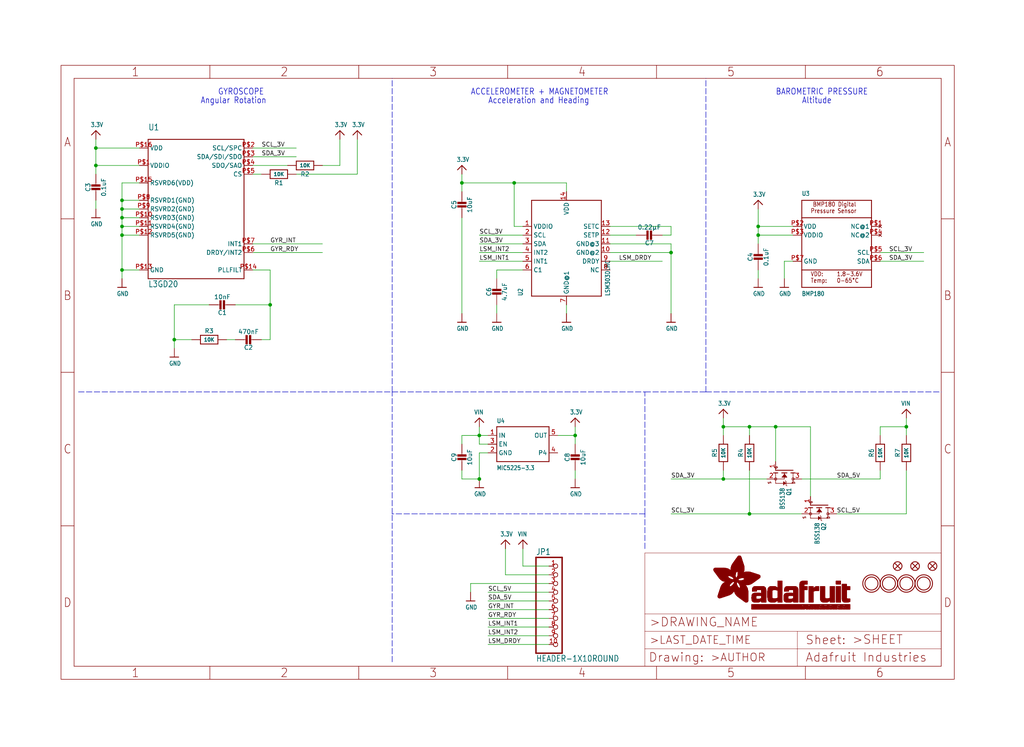
<source format=kicad_sch>
(kicad_sch (version 20211123) (generator eeschema)
  (paper "User" 298.45 217.881)
  (lib_symbols
    (symbol "eagleSchem-eagle-import:3.3V" (power)
      (property "Value" "3.3V" (at -1.524 1.016 0))
      (symbol "3.3V_1_0"
        (pin power_in line (at 0 -2.54 90) (length 2.54) (name "3.3V") (number "1"))
      )
    )
    (symbol "eagleSchem-eagle-import:BMP180EXT"
      (property "Reference" "U" (at -10.16 13.97 0))
      (property "Value" "BMP180EXT" (at -10.16 -15.24 0))
      (symbol "BMP180EXT_1_0"
        (text "0-65°C" (at 0 -11.43 0) (effects (font (size 1.27 1.0795)) (justify left bottom)))
        (text "1.8-3.6V" (at 0 -9.525 0) (effects (font (size 1.27 1.0795)) (justify left bottom)))
        (text "BMP180 Digital" (at -6.985 10.795 0) (effects (font (size 1.27 1.0795)) (justify left bottom)))
        (text "Pressure Sensor" (at -7.62 8.89 0) (effects (font (size 1.27 1.0795)) (justify left bottom)))
        (text "Temp:" (at -7.62 -11.43 0) (effects (font (size 1.27 1.0795)) (justify left bottom)))
        (text "VDD:" (at -7.62 -9.525 0) (effects (font (size 1.27 1.0795)) (justify left bottom)))
        (pin no_connect line (at 12.7 5.08 180) (length 2.54) (name "NC@1") (number "P$1"))
        (pin power_in line (at -12.7 5.08 0) (length 2.54) (name "VDD") (number "P$2"))
        (pin power_in line (at -12.7 2.54 0) (length 2.54) (name "VDDIO") (number "P$3"))
        (pin no_connect line (at 12.7 2.54 180) (length 2.54) (name "NC@2") (number "P$4"))
        (pin bidirectional line (at 12.7 -2.54 180) (length 2.54) (name "SCL") (number "P$5"))
        (pin bidirectional line (at 12.7 -5.08 180) (length 2.54) (name "SDA") (number "P$6"))
        (pin power_in line (at -12.7 -5.08 0) (length 2.54) (name "GND") (number "P$7"))
      )
    )
    (symbol "eagleSchem-eagle-import:CAP_CERAMIC_0805MP"
      (property "Reference" "C" (at -2.29 1.25 90))
      (property "Value" "CAP_CERAMIC_0805MP" (at 2.3 1.25 90))
      (symbol "CAP_CERAMIC_0805MP_1_0"
        (pin passive line (at 0 5.08 270) (length 2.54) (name "1") (number "1"))
        (pin passive line (at 0 -2.54 90) (length 2.54) (name "2") (number "2"))
      )
    )
    (symbol "eagleSchem-eagle-import:FIDUCIAL{dblquote}{dblquote}")
    (symbol "eagleSchem-eagle-import:FRAME_A4_ADAFRUIT"
      (symbol "FRAME_A4_ADAFRUIT_1_0"
        (text "1" (at 21.6958 1.905 0) (effects (font (size 2.54 2.286))))
        (text "1" (at 21.6958 177.165 0) (effects (font (size 2.54 2.286))))
        (text "2" (at 65.0875 1.905 0) (effects (font (size 2.54 2.286))))
        (text "2" (at 65.0875 177.165 0) (effects (font (size 2.54 2.286))))
        (text "3" (at 108.4792 1.905 0) (effects (font (size 2.54 2.286))))
        (text "3" (at 108.4792 177.165 0) (effects (font (size 2.54 2.286))))
        (text "4" (at 151.8708 1.905 0) (effects (font (size 2.54 2.286))))
        (text "4" (at 151.8708 177.165 0) (effects (font (size 2.54 2.286))))
        (text "5" (at 195.2625 1.905 0) (effects (font (size 2.54 2.286))))
        (text "5" (at 195.2625 177.165 0) (effects (font (size 2.54 2.286))))
        (text "6" (at 238.6542 1.905 0) (effects (font (size 2.54 2.286))))
        (text "6" (at 238.6542 177.165 0) (effects (font (size 2.54 2.286))))
        (text ">AUTHOR" (at 189.23 5.08 0) (effects (font (size 2.286 2.286)) (justify left bottom)))
        (text ">DRAWING_NAME" (at 171.45 15.24 0) (effects (font (size 2.54 2.54)) (justify left bottom)))
        (text ">LAST_DATE_TIME" (at 171.45 10.16 0) (effects (font (size 2.286 2.286)) (justify left bottom)))
        (text ">SHEET" (at 230.505 10.16 0) (effects (font (size 2.54 2.54)) (justify left bottom)))
        (text "A" (at 1.905 156.6863 0) (effects (font (size 2.54 2.286))))
        (text "A" (at 258.445 156.6863 0) (effects (font (size 2.54 2.286))))
        (text "Adafruit Industries" (at 216.916 4.953 0) (effects (font (size 2.54 2.54)) (justify left bottom)))
        (text "B" (at 1.905 111.9188 0) (effects (font (size 2.54 2.286))))
        (text "B" (at 258.445 111.9188 0) (effects (font (size 2.54 2.286))))
        (text "C" (at 1.905 67.1513 0) (effects (font (size 2.54 2.286))))
        (text "C" (at 258.445 67.1513 0) (effects (font (size 2.54 2.286))))
        (text "D" (at 1.905 22.3838 0) (effects (font (size 2.54 2.286))))
        (text "D" (at 258.445 22.3838 0) (effects (font (size 2.54 2.286))))
        (text "Drawing:" (at 171.196 4.953 0) (effects (font (size 2.54 2.54)) (justify left bottom)))
        (text "Sheet:" (at 216.916 10.033 0) (effects (font (size 2.54 2.54)) (justify left bottom)))
      )
    )
    (symbol "eagleSchem-eagle-import:GND" (power)
      (property "Value" "GND" (at -1.524 -2.54 0))
      (symbol "GND_1_0"
        (pin power_in line (at 0 2.54 270) (length 2.54) (name "GND") (number "1"))
      )
    )
    (symbol "eagleSchem-eagle-import:GYRO_L3G2400D"
      (property "Reference" "U" (at -15.24 22.86 0))
      (property "Value" "GYRO_L3G2400D" (at -15.24 -22.86 0))
      (symbol "GYRO_L3G2400D_1_0"
        (pin power_in line (at -17.78 12.7 0) (length 2.54) (name "VDDIO") (number "P$1"))
        (pin bidirectional line (at -17.78 -2.54 0) (length 2.54) (name "RSVRD3(GND)") (number "P$10"))
        (pin bidirectional line (at -17.78 -5.08 0) (length 2.54) (name "RSVRD4(GND)") (number "P$11"))
        (pin bidirectional line (at -17.78 -7.62 0) (length 2.54) (name "RSVRD5(GND)") (number "P$12"))
        (pin bidirectional line (at -17.78 -17.78 0) (length 2.54) (name "GND") (number "P$13"))
        (pin bidirectional line (at 15.24 -17.78 180) (length 2.54) (name "PLLFILT") (number "P$14"))
        (pin bidirectional line (at -17.78 7.62 0) (length 2.54) (name "RSVRD6(VDD)") (number "P$15"))
        (pin bidirectional line (at -17.78 17.78 0) (length 2.54) (name "VDD") (number "P$16"))
        (pin bidirectional line (at 15.24 17.78 180) (length 2.54) (name "SCL/SPC") (number "P$2"))
        (pin bidirectional line (at 15.24 15.24 180) (length 2.54) (name "SDA/SDI/SDO") (number "P$3"))
        (pin bidirectional line (at 15.24 12.7 180) (length 2.54) (name "SDO/SAO") (number "P$4"))
        (pin bidirectional line (at 15.24 10.16 180) (length 2.54) (name "CS") (number "P$5"))
        (pin bidirectional line (at 15.24 -12.7 180) (length 2.54) (name "DRDY/INT2") (number "P$6"))
        (pin bidirectional line (at 15.24 -10.16 180) (length 2.54) (name "INT1") (number "P$7"))
        (pin bidirectional line (at -17.78 2.54 0) (length 2.54) (name "RSVRD1(GND)") (number "P$8"))
        (pin bidirectional line (at -17.78 0 0) (length 2.54) (name "RSVRD2(GND)") (number "P$9"))
      )
    )
    (symbol "eagleSchem-eagle-import:HEADER-1X10ROUND"
      (property "Reference" "JP" (at -6.35 13.335 0))
      (property "Value" "HEADER-1X10ROUND" (at -6.35 -17.78 0))
      (symbol "HEADER-1X10ROUND_1_0"
        (pin passive inverted (at -2.54 10.16 0) (length 2.54) (name "1") (number "1"))
        (pin passive inverted (at -2.54 -12.7 0) (length 2.54) (name "10") (number "10"))
        (pin passive inverted (at -2.54 7.62 0) (length 2.54) (name "2") (number "2"))
        (pin passive inverted (at -2.54 5.08 0) (length 2.54) (name "3") (number "3"))
        (pin passive inverted (at -2.54 2.54 0) (length 2.54) (name "4") (number "4"))
        (pin passive inverted (at -2.54 0 0) (length 2.54) (name "5") (number "5"))
        (pin passive inverted (at -2.54 -2.54 0) (length 2.54) (name "6") (number "6"))
        (pin passive inverted (at -2.54 -5.08 0) (length 2.54) (name "7") (number "7"))
        (pin passive inverted (at -2.54 -7.62 0) (length 2.54) (name "8") (number "8"))
        (pin passive inverted (at -2.54 -10.16 0) (length 2.54) (name "9") (number "9"))
      )
    )
    (symbol "eagleSchem-eagle-import:LSM303DLHC"
      (property "Reference" "U" (at -12.7 12.7 0))
      (property "Value" "LSM303DLHC" (at -12.7 -12.7 0))
      (symbol "LSM303DLHC_1_0"
        (pin power_in line (at 7.62 12.7 270) (length 2.54) (name "VDDIO") (number "1"))
        (pin power_in line (at 0 -12.7 90) (length 2.54) (name "GND@2") (number "10"))
        (pin power_in line (at 2.54 -12.7 90) (length 2.54) (name "GND@3") (number "11"))
        (pin bidirectional line (at 5.08 -12.7 90) (length 2.54) (name "SETP") (number "12"))
        (pin bidirectional line (at 7.62 -12.7 90) (length 2.54) (name "SETC") (number "13"))
        (pin power_in line (at 17.78 0 180) (length 2.54) (name "VDD") (number "14"))
        (pin bidirectional line (at 5.08 12.7 270) (length 2.54) (name "SCL") (number "2"))
        (pin bidirectional line (at 2.54 12.7 270) (length 2.54) (name "SDA") (number "3"))
        (pin output line (at 0 12.7 270) (length 2.54) (name "INT2") (number "4"))
        (pin output line (at -2.54 12.7 270) (length 2.54) (name "INT1") (number "5"))
        (pin bidirectional line (at -5.08 12.7 270) (length 2.54) (name "C1") (number "6"))
        (pin power_in line (at -15.24 0 0) (length 2.54) (name "GND@1") (number "7"))
        (pin bidirectional line (at -5.08 -12.7 90) (length 2.54) (name "NC") (number "8"))
        (pin output line (at -2.54 -12.7 90) (length 2.54) (name "DRDY") (number "9"))
      )
    )
    (symbol "eagleSchem-eagle-import:MOSFET-NWIDE"
      (property "Reference" "Q" (at 5.08 0.635 0))
      (property "Value" "MOSFET-NWIDE" (at 5.08 -1.27 0))
      (symbol "MOSFET-NWIDE_1_0"
        (text "D" (at 3.175 3.175 0) (effects (font (size 0.8128 0.6908)) (justify left bottom)))
        (text "G" (at -1.27 -1.905 0) (effects (font (size 0.8128 0.6908)) (justify left bottom)))
        (text "S" (at 3.175 -3.81 0) (effects (font (size 0.8128 0.6908)) (justify left bottom)))
        (pin bidirectional line (at -2.54 -2.54 0) (length 2.54) (name "G") (number "1"))
        (pin bidirectional line (at 2.54 -5.08 90) (length 2.54) (name "S") (number "2"))
        (pin bidirectional line (at 2.54 5.08 270) (length 2.54) (name "D") (number "3"))
      )
    )
    (symbol "eagleSchem-eagle-import:MOUNTINGHOLE2.5_THICK")
    (symbol "eagleSchem-eagle-import:RESISTOR_0805MP"
      (property "Reference" "R" (at 0 2.54 0))
      (property "Value" "RESISTOR_0805MP" (at 0 0 0))
      (symbol "RESISTOR_0805MP_1_0"
        (pin passive line (at -5.08 0 0) (length 2.54) (name "1") (number "1"))
        (pin passive line (at 5.08 0 180) (length 2.54) (name "2") (number "2"))
      )
    )
    (symbol "eagleSchem-eagle-import:VIN" (power)
      (property "Value" "VIN" (at -1.524 1.016 0))
      (symbol "VIN_1_0"
        (pin power_in line (at 0 -2.54 90) (length 2.54) (name "VIN") (number "1"))
      )
    )
    (symbol "eagleSchem-eagle-import:VREG_SOT23-5"
      (property "Reference" "U" (at -7.62 6.096 0))
      (property "Value" "VREG_SOT23-5" (at -7.62 -7.62 0))
      (symbol "VREG_SOT23-5_1_0"
        (pin power_in line (at -10.16 2.54 0) (length 2.54) (name "IN") (number "1"))
        (pin power_in line (at -10.16 -2.54 0) (length 2.54) (name "GND") (number "2"))
        (pin input line (at -10.16 0 0) (length 2.54) (name "EN") (number "3"))
        (pin bidirectional line (at 10.16 -2.54 180) (length 2.54) (name "P4") (number "4"))
        (pin power_in line (at 10.16 2.54 180) (length 2.54) (name "OUT") (number "5"))
      )
    )
  )
  (junction (at 35.56 60.96))
  (junction (at 264.16 124.46))
  (junction (at 218.44 149.86))
  (junction (at 210.82 124.46))
  (junction (at 27.94 43.18))
  (junction (at 35.56 58.42))
  (junction (at 167.64 127))
  (junction (at 220.98 68.58))
  (junction (at 139.7 127))
  (junction (at 50.8 99.06))
  (junction (at 35.56 68.58))
  (junction (at 78.74 88.9))
  (junction (at 35.56 63.5))
  (junction (at 218.44 124.46))
  (junction (at 134.62 53.34))
  (junction (at 35.56 66.04))
  (junction (at 226.06 124.46))
  (junction (at 27.94 48.26))
  (junction (at 149.86 53.34))
  (junction (at 139.7 139.7))
  (junction (at 35.56 78.74))
  (junction (at 220.98 66.04))
  (junction (at 210.82 139.7))
  (junction (at 195.58 73.66))
  (wire (pts (xy 160.02 182.88) (xy 142.24 182.88)))
  (wire (pts (xy 160.02 175.26) (xy 142.24 175.26)))
  (wire (pts (xy 152.4 73.66) (xy 139.7 73.66)))
  (wire (pts (xy 160.02 170.18) (xy 137.16 170.18)))
  (wire (pts (xy 139.7 132.08) (xy 139.7 139.7)))
  (polyline (pts (xy 205.74 114.3) (xy 274.32 114.3)))
  (wire (pts (xy 218.44 127) (xy 218.44 124.46)))
  (wire (pts (xy 210.82 127) (xy 210.82 124.46)))
  (wire (pts (xy 177.8 73.66) (xy 195.58 73.66)))
  (wire (pts (xy 149.86 53.34) (xy 165.1 53.34)))
  (wire (pts (xy 149.86 66.04) (xy 149.86 53.34)))
  (wire (pts (xy 218.44 137.16) (xy 218.44 149.86)))
  (wire (pts (xy 55.88 99.06) (xy 50.8 99.06)))
  (wire (pts (xy 40.64 43.18) (xy 27.94 43.18)))
  (wire (pts (xy 78.74 99.06) (xy 78.74 88.9)))
  (wire (pts (xy 210.82 139.7) (xy 195.58 139.7)))
  (wire (pts (xy 35.56 66.04) (xy 35.56 68.58)))
  (wire (pts (xy 264.16 149.86) (xy 264.16 137.16)))
  (wire (pts (xy 50.8 99.06) (xy 50.8 101.6)))
  (wire (pts (xy 27.94 58.42) (xy 27.94 60.96)))
  (wire (pts (xy 104.14 50.8) (xy 104.14 40.64)))
  (wire (pts (xy 177.8 71.12) (xy 195.58 71.12)))
  (wire (pts (xy 149.86 53.34) (xy 134.62 53.34)))
  (wire (pts (xy 139.7 127) (xy 139.7 124.46)))
  (polyline (pts (xy 205.74 114.3) (xy 205.74 22.86)))
  (wire (pts (xy 40.64 48.26) (xy 27.94 48.26)))
  (wire (pts (xy 231.14 66.04) (xy 220.98 66.04)))
  (wire (pts (xy 236.22 124.46) (xy 236.22 144.78)))
  (wire (pts (xy 68.58 99.06) (xy 66.04 99.06)))
  (wire (pts (xy 134.62 63.5) (xy 134.62 91.44)))
  (wire (pts (xy 228.6 76.2) (xy 228.6 81.28)))
  (wire (pts (xy 160.02 185.42) (xy 142.24 185.42)))
  (wire (pts (xy 167.64 127) (xy 167.64 129.54)))
  (wire (pts (xy 134.62 53.34) (xy 134.62 50.8)))
  (wire (pts (xy 160.02 167.64) (xy 147.32 167.64)))
  (polyline (pts (xy 22.86 114.3) (xy 114.3 114.3)))
  (wire (pts (xy 220.98 68.58) (xy 220.98 66.04)))
  (wire (pts (xy 35.56 63.5) (xy 35.56 66.04)))
  (wire (pts (xy 27.94 50.8) (xy 27.94 48.26)))
  (wire (pts (xy 142.24 177.8) (xy 160.02 177.8)))
  (wire (pts (xy 35.56 60.96) (xy 35.56 63.5)))
  (wire (pts (xy 167.64 137.16) (xy 167.64 139.7)))
  (wire (pts (xy 256.54 127) (xy 256.54 124.46)))
  (wire (pts (xy 210.82 137.16) (xy 210.82 139.7)))
  (wire (pts (xy 152.4 66.04) (xy 149.86 66.04)))
  (wire (pts (xy 220.98 71.12) (xy 220.98 68.58)))
  (wire (pts (xy 218.44 149.86) (xy 195.58 149.86)))
  (wire (pts (xy 40.64 68.58) (xy 35.56 68.58)))
  (wire (pts (xy 223.52 139.7) (xy 210.82 139.7)))
  (wire (pts (xy 73.66 43.18) (xy 86.36 43.18)))
  (wire (pts (xy 165.1 88.9) (xy 165.1 91.44)))
  (wire (pts (xy 177.8 68.58) (xy 185.42 68.58)))
  (polyline (pts (xy 114.3 149.86) (xy 114.3 114.3)))
  (wire (pts (xy 152.4 71.12) (xy 139.7 71.12)))
  (wire (pts (xy 27.94 48.26) (xy 27.94 43.18)))
  (polyline (pts (xy 114.3 193.04) (xy 114.3 149.86)))
  (wire (pts (xy 210.82 121.92) (xy 210.82 124.46)))
  (wire (pts (xy 147.32 167.64) (xy 147.32 160.02)))
  (wire (pts (xy 243.84 149.86) (xy 264.16 149.86)))
  (wire (pts (xy 231.14 76.2) (xy 228.6 76.2)))
  (wire (pts (xy 134.62 55.88) (xy 134.62 53.34)))
  (wire (pts (xy 139.7 129.54) (xy 139.7 127)))
  (wire (pts (xy 144.78 88.9) (xy 144.78 91.44)))
  (wire (pts (xy 226.06 124.46) (xy 226.06 134.62)))
  (wire (pts (xy 40.64 60.96) (xy 35.56 60.96)))
  (wire (pts (xy 93.98 48.26) (xy 99.06 48.26)))
  (wire (pts (xy 142.24 187.96) (xy 160.02 187.96)))
  (wire (pts (xy 233.68 149.86) (xy 218.44 149.86)))
  (wire (pts (xy 40.64 63.5) (xy 35.56 63.5)))
  (wire (pts (xy 134.62 127) (xy 139.7 127)))
  (wire (pts (xy 220.98 78.74) (xy 220.98 81.28)))
  (wire (pts (xy 35.56 78.74) (xy 35.56 81.28)))
  (wire (pts (xy 220.98 66.04) (xy 220.98 60.96)))
  (wire (pts (xy 86.36 50.8) (xy 104.14 50.8)))
  (wire (pts (xy 68.58 88.9) (xy 78.74 88.9)))
  (wire (pts (xy 167.64 127) (xy 167.64 124.46)))
  (wire (pts (xy 142.24 129.54) (xy 139.7 129.54)))
  (wire (pts (xy 73.66 71.12) (xy 93.98 71.12)))
  (wire (pts (xy 256.54 139.7) (xy 256.54 137.16)))
  (wire (pts (xy 195.58 73.66) (xy 195.58 91.44)))
  (wire (pts (xy 35.56 58.42) (xy 35.56 60.96)))
  (wire (pts (xy 35.56 53.34) (xy 35.56 58.42)))
  (wire (pts (xy 134.62 129.54) (xy 134.62 127)))
  (polyline (pts (xy 187.96 149.86) (xy 187.96 114.3)))
  (wire (pts (xy 256.54 124.46) (xy 264.16 124.46)))
  (wire (pts (xy 256.54 76.2) (xy 269.24 76.2)))
  (wire (pts (xy 78.74 88.9) (xy 78.74 78.74)))
  (wire (pts (xy 233.68 139.7) (xy 256.54 139.7)))
  (wire (pts (xy 40.64 58.42) (xy 35.56 58.42)))
  (wire (pts (xy 256.54 73.66) (xy 269.24 73.66)))
  (polyline (pts (xy 114.3 114.3) (xy 114.3 22.86)))
  (wire (pts (xy 165.1 53.34) (xy 165.1 55.88)))
  (polyline (pts (xy 187.96 160.02) (xy 187.96 149.86)))
  (wire (pts (xy 73.66 45.72) (xy 86.36 45.72)))
  (wire (pts (xy 40.64 66.04) (xy 35.56 66.04)))
  (wire (pts (xy 134.62 137.16) (xy 134.62 139.7)))
  (wire (pts (xy 195.58 71.12) (xy 195.58 73.66)))
  (wire (pts (xy 137.16 170.18) (xy 137.16 172.72)))
  (wire (pts (xy 134.62 139.7) (xy 139.7 139.7)))
  (wire (pts (xy 144.78 78.74) (xy 144.78 81.28)))
  (wire (pts (xy 152.4 165.1) (xy 152.4 160.02)))
  (wire (pts (xy 73.66 78.74) (xy 78.74 78.74)))
  (wire (pts (xy 195.58 68.58) (xy 193.04 68.58)))
  (wire (pts (xy 50.8 88.9) (xy 50.8 99.06)))
  (wire (pts (xy 264.16 127) (xy 264.16 124.46)))
  (wire (pts (xy 210.82 124.46) (xy 218.44 124.46)))
  (wire (pts (xy 35.56 68.58) (xy 35.56 78.74)))
  (wire (pts (xy 99.06 48.26) (xy 99.06 40.64)))
  (wire (pts (xy 73.66 50.8) (xy 76.2 50.8)))
  (wire (pts (xy 27.94 43.18) (xy 27.94 40.64)))
  (wire (pts (xy 73.66 48.26) (xy 83.82 48.26)))
  (wire (pts (xy 218.44 124.46) (xy 226.06 124.46)))
  (wire (pts (xy 142.24 127) (xy 139.7 127)))
  (wire (pts (xy 177.8 76.2) (xy 193.04 76.2)))
  (wire (pts (xy 226.06 124.46) (xy 236.22 124.46)))
  (wire (pts (xy 152.4 68.58) (xy 139.7 68.58)))
  (wire (pts (xy 152.4 76.2) (xy 139.7 76.2)))
  (wire (pts (xy 162.56 127) (xy 167.64 127)))
  (wire (pts (xy 142.24 180.34) (xy 160.02 180.34)))
  (wire (pts (xy 73.66 73.66) (xy 93.98 73.66)))
  (wire (pts (xy 40.64 78.74) (xy 35.56 78.74)))
  (wire (pts (xy 177.8 66.04) (xy 195.58 66.04)))
  (wire (pts (xy 195.58 66.04) (xy 195.58 68.58)))
  (wire (pts (xy 264.16 124.46) (xy 264.16 121.92)))
  (wire (pts (xy 142.24 132.08) (xy 139.7 132.08)))
  (polyline (pts (xy 187.96 114.3) (xy 205.74 114.3)))
  (wire (pts (xy 231.14 68.58) (xy 220.98 68.58)))
  (wire (pts (xy 160.02 165.1) (xy 152.4 165.1)))
  (polyline (pts (xy 114.3 114.3) (xy 187.96 114.3)))
  (wire (pts (xy 152.4 78.74) (xy 144.78 78.74)))
  (wire (pts (xy 160.02 172.72) (xy 142.24 172.72)))
  (wire (pts (xy 40.64 53.34) (xy 35.56 53.34)))
  (polyline (pts (xy 187.96 149.86) (xy 114.3 149.86)))
  (wire (pts (xy 76.2 99.06) (xy 78.74 99.06)))
  (wire (pts (xy 60.96 88.9) (xy 50.8 88.9)))
  (text "ACCELEROMETER + MAGNETOMETER" (at 137.16 27.94 180) (effects (font (size 1.778 1.5113)) (justify left bottom)))
  (text "GYROSCOPE" (at 63.5 27.94 180) (effects (font (size 1.778 1.5113)) (justify left bottom)))
  (text "BAROMETRIC PRESSURE" (at 226.06 27.94 180) (effects (font (size 1.778 1.5113)) (justify left bottom)))
  (text "Angular Rotation" (at 58.42 30.48 180) (effects (font (size 1.778 1.5113)) (justify left bottom)))
  (text "Acceleration and Heading" (at 142.24 30.48 180) (effects (font (size 1.778 1.5113)) (justify left bottom)))
  (text "Altitude" (at 233.68 30.48 180) (effects (font (size 1.778 1.5113)) (justify left bottom)))
  (label "LSM_INT1" (at 139.7 76.2 0) (effects (font (size 1.2446 1.2446))))
  (label "LSM_DRDY" (at 180.34 76.2 0) (effects (font (size 1.2446 1.2446))))
  (label "SCL_3V" (at 139.7 68.58 0) (effects (font (size 1.2446 1.2446))))
  (label "SDA_3V" (at 259.08 76.2 0) (effects (font (size 1.2446 1.2446))))
  (label "LSM_INT2" (at 142.24 185.42 0) (effects (font (size 1.2446 1.2446))))
  (label "SDA_5V" (at 142.24 175.26 0) (effects (font (size 1.2446 1.2446))))
  (label "SDA_3V" (at 195.58 139.7 0) (effects (font (size 1.2446 1.2446))))
  (label "SCL_5V" (at 243.84 149.86 0) (effects (font (size 1.2446 1.2446))))
  (label "SCL_3V" (at 76.2 43.18 0) (effects (font (size 1.2446 1.2446))))
  (label "SDA_3V" (at 139.7 71.12 0) (effects (font (size 1.2446 1.2446))))
  (label "LSM_INT2" (at 139.7 73.66 0) (effects (font (size 1.2446 1.2446))))
  (label "GYR_INT" (at 142.24 177.8 0) (effects (font (size 1.2446 1.2446))))
  (label "GYR_RDY" (at 142.24 180.34 0) (effects (font (size 1.2446 1.2446))))
  (label "GYR_INT" (at 78.74 71.12 0) (effects (font (size 1.2446 1.2446))))
  (label "SDA_3V" (at 76.2 45.72 0) (effects (font (size 1.2446 1.2446))))
  (label "LSM_DRDY" (at 142.24 187.96 0) (effects (font (size 1.2446 1.2446))))
  (label "SCL_3V" (at 259.08 73.66 0) (effects (font (size 1.2446 1.2446))))
  (label "SDA_5V" (at 243.84 139.7 0) (effects (font (size 1.2446 1.2446))))
  (label "LSM_INT1" (at 142.24 182.88 0) (effects (font (size 1.2446 1.2446))))
  (label "SCL_3V" (at 195.58 149.86 0) (effects (font (size 1.2446 1.2446))))
  (label "GYR_RDY" (at 78.74 73.66 0) (effects (font (size 1.2446 1.2446))))
  (label "SCL_5V" (at 142.24 172.72 0) (effects (font (size 1.2446 1.2446))))
  (symbol (lib_id "eagleSchem-eagle-import:VIN") (at 139.7 121.92 0) (unit 1)
    (property "Reference" "#U$18" (effects hide))
    (property "Value" "VIN" (at 138.176 120.904 0) (effects (font (size 1.27 1.0795)) (justify left bottom)))
    (property "Footprint" "eagleSchem:" (effects hide))
  )
  (symbol (lib_id "eagleSchem-eagle-import:HEADER-1X10ROUND") (at 162.56 175.26 0) (unit 1)
    (property "Reference" "JP1" (at 156.21 161.925 0) (effects (font (size 1.778 1.5113)) (justify left bottom)))
    (property "Value" "HEADER-1X10ROUND" (at 156.21 193.04 0) (effects (font (size 1.778 1.5113)) (justify left bottom)))
    (property "Footprint" "eagleSchem:1X10_ROUND" (effects hide))
  )
  (symbol (lib_id "eagleSchem-eagle-import:GND") (at 144.78 93.98 0) (unit 1)
    (property "Reference" "#U$14" (effects hide))
    (property "Value" "GND" (at 143.256 96.52 0) (effects (font (size 1.27 1.0795)) (justify left bottom)))
    (property "Footprint" "eagleSchem:" (effects hide))
  )
  (symbol (lib_id "eagleSchem-eagle-import:GND") (at 167.64 142.24 0) (unit 1)
    (property "Reference" "#U$17" (effects hide))
    (property "Value" "GND" (at 166.116 144.78 0) (effects (font (size 1.27 1.0795)) (justify left bottom)))
    (property "Footprint" "eagleSchem:" (effects hide))
  )
  (symbol (lib_id "eagleSchem-eagle-import:CAP_CERAMIC_0805MP") (at 190.5 68.58 90) (unit 1)
    (property "Reference" "C7" (at 189.25 70.87 90))
    (property "Value" "0.22µF" (at 189.25 66.28 90))
    (property "Footprint" "eagleSchem:_0805MP" (effects hide))
  )
  (symbol (lib_id "eagleSchem-eagle-import:MOUNTINGHOLE2.5_THICK") (at 259.08 170.18 0) (unit 1)
    (property "Reference" "U$30" (effects hide))
    (property "Value" "MOUNTINGHOLE2.5_THICK" (effects hide))
    (property "Footprint" "eagleSchem:MOUNTINGHOLE_2.5_PLATED_THICK" (effects hide))
  )
  (symbol (lib_id "eagleSchem-eagle-import:3.3V") (at 104.14 38.1 0) (unit 1)
    (property "Reference" "#U$4" (effects hide))
    (property "Value" "3.3V" (at 102.616 37.084 0) (effects (font (size 1.27 1.0795)) (justify left bottom)))
    (property "Footprint" "eagleSchem:" (effects hide))
  )
  (symbol (lib_id "eagleSchem-eagle-import:FIDUCIAL{dblquote}{dblquote}") (at 266.7 165.1 0) (unit 1)
    (property "Reference" "FID2" (effects hide))
    (property "Value" "FIDUCIAL{dblquote}{dblquote}" (effects hide))
    (property "Footprint" "eagleSchem:FIDUCIAL_1MM" (effects hide))
  )
  (symbol (lib_id "eagleSchem-eagle-import:MOUNTINGHOLE2.5_THICK") (at 254 170.18 0) (unit 1)
    (property "Reference" "U$31" (effects hide))
    (property "Value" "MOUNTINGHOLE2.5_THICK" (effects hide))
    (property "Footprint" "eagleSchem:MOUNTINGHOLE_2.5_PLATED_THICK" (effects hide))
  )
  (symbol (lib_id "eagleSchem-eagle-import:3.3V") (at 167.64 121.92 0) (unit 1)
    (property "Reference" "#U$16" (effects hide))
    (property "Value" "3.3V" (at 166.116 120.904 0) (effects (font (size 1.27 1.0795)) (justify left bottom)))
    (property "Footprint" "eagleSchem:" (effects hide))
  )
  (symbol (lib_id "eagleSchem-eagle-import:CAP_CERAMIC_0805MP") (at 220.98 76.2 0) (unit 1)
    (property "Reference" "C4" (at 218.69 74.95 90))
    (property "Value" "0.1uF" (at 223.28 74.95 90))
    (property "Footprint" "eagleSchem:_0805MP" (effects hide))
  )
  (symbol (lib_id "eagleSchem-eagle-import:RESISTOR_0805MP") (at 88.9 48.26 180) (unit 1)
    (property "Reference" "R2" (at 88.9 50.8 0))
    (property "Value" "10K" (at 88.9 48.26 0) (effects (font (size 1.016 1.016) bold)))
    (property "Footprint" "eagleSchem:_0805MP" (effects hide))
  )
  (symbol (lib_id "eagleSchem-eagle-import:RESISTOR_0805MP") (at 264.16 132.08 90) (unit 1)
    (property "Reference" "R7" (at 261.62 132.08 0))
    (property "Value" "10K" (at 264.16 132.08 0) (effects (font (size 1.016 1.016) bold)))
    (property "Footprint" "eagleSchem:_0805MP" (effects hide))
  )
  (symbol (lib_id "eagleSchem-eagle-import:GYRO_L3G2400D") (at 58.42 60.96 0) (unit 1)
    (property "Reference" "U1" (at 43.18 38.1 0) (effects (font (size 1.778 1.5113)) (justify left bottom)))
    (property "Value" "L3GD20" (at 43.18 83.82 0) (effects (font (size 1.778 1.5113)) (justify left bottom)))
    (property "Footprint" "eagleSchem:L3G4200D_LGA16L" (effects hide))
  )
  (symbol (lib_id "eagleSchem-eagle-import:GND") (at 220.98 83.82 0) (unit 1)
    (property "Reference" "#U$8" (effects hide))
    (property "Value" "GND" (at 219.456 86.36 0) (effects (font (size 1.27 1.0795)) (justify left bottom)))
    (property "Footprint" "eagleSchem:" (effects hide))
  )
  (symbol (lib_id "eagleSchem-eagle-import:VIN") (at 264.16 119.38 0) (unit 1)
    (property "Reference" "#U$21" (effects hide))
    (property "Value" "VIN" (at 262.636 118.364 0) (effects (font (size 1.27 1.0795)) (justify left bottom)))
    (property "Footprint" "eagleSchem:" (effects hide))
  )
  (symbol (lib_id "eagleSchem-eagle-import:3.3V") (at 220.98 58.42 0) (unit 1)
    (property "Reference" "#U$10" (effects hide))
    (property "Value" "3.3V" (at 219.456 57.404 0) (effects (font (size 1.27 1.0795)) (justify left bottom)))
    (property "Footprint" "eagleSchem:" (effects hide))
  )
  (symbol (lib_id "eagleSchem-eagle-import:CAP_CERAMIC_0805MP") (at 134.62 60.96 0) (unit 1)
    (property "Reference" "C5" (at 132.33 59.71 90))
    (property "Value" "10uF" (at 136.92 59.71 90))
    (property "Footprint" "eagleSchem:_0805MP" (effects hide))
  )
  (symbol (lib_id "eagleSchem-eagle-import:3.3V") (at 27.94 38.1 0) (unit 1)
    (property "Reference" "#U$7" (effects hide))
    (property "Value" "3.3V" (at 26.416 37.084 0) (effects (font (size 1.27 1.0795)) (justify left bottom)))
    (property "Footprint" "eagleSchem:" (effects hide))
  )
  (symbol (lib_id "eagleSchem-eagle-import:RESISTOR_0805MP") (at 81.28 50.8 180) (unit 1)
    (property "Reference" "R1" (at 81.28 53.34 0))
    (property "Value" "10K" (at 81.28 50.8 0) (effects (font (size 1.016 1.016) bold)))
    (property "Footprint" "eagleSchem:_0805MP" (effects hide))
  )
  (symbol (lib_id "eagleSchem-eagle-import:MOSFET-NWIDE") (at 238.76 147.32 270) (unit 1)
    (property "Reference" "Q2" (at 239.395 152.4 0) (effects (font (size 1.27 1.0795)) (justify left bottom)))
    (property "Value" "BSS138" (at 237.49 152.4 0) (effects (font (size 1.27 1.0795)) (justify left bottom)))
    (property "Footprint" "eagleSchem:SOT23-WIDE" (effects hide))
  )
  (symbol (lib_id "eagleSchem-eagle-import:VIN") (at 152.4 157.48 0) (unit 1)
    (property "Reference" "#U$22" (effects hide))
    (property "Value" "VIN" (at 150.876 156.464 0) (effects (font (size 1.27 1.0795)) (justify left bottom)))
    (property "Footprint" "eagleSchem:" (effects hide))
  )
  (symbol (lib_id "eagleSchem-eagle-import:GND") (at 137.16 175.26 0) (unit 1)
    (property "Reference" "#U$24" (effects hide))
    (property "Value" "GND" (at 135.636 177.8 0) (effects (font (size 1.27 1.0795)) (justify left bottom)))
    (property "Footprint" "eagleSchem:" (effects hide))
  )
  (symbol (lib_id "eagleSchem-eagle-import:FIDUCIAL{dblquote}{dblquote}") (at 261.62 165.1 0) (unit 1)
    (property "Reference" "FID3" (effects hide))
    (property "Value" "FIDUCIAL{dblquote}{dblquote}" (effects hide))
    (property "Footprint" "eagleSchem:FIDUCIAL_1MM" (effects hide))
  )
  (symbol (lib_id "eagleSchem-eagle-import:CAP_CERAMIC_0805MP") (at 73.66 99.06 90) (unit 1)
    (property "Reference" "C2" (at 72.41 101.35 90))
    (property "Value" "470nF" (at 72.41 96.76 90))
    (property "Footprint" "eagleSchem:_0805MP" (effects hide))
  )
  (symbol (lib_id "eagleSchem-eagle-import:RESISTOR_0805MP") (at 256.54 132.08 90) (unit 1)
    (property "Reference" "R6" (at 254 132.08 0))
    (property "Value" "10K" (at 256.54 132.08 0) (effects (font (size 1.016 1.016) bold)))
    (property "Footprint" "eagleSchem:_0805MP" (effects hide))
  )
  (symbol (lib_id "eagleSchem-eagle-import:FRAME_A4_ADAFRUIT") (at 17.78 198.12 0) (unit 1)
    (property "Reference" "#U$1" (effects hide))
    (property "Value" "FRAME_A4_ADAFRUIT" (effects hide))
    (property "Footprint" "eagleSchem:" (effects hide))
  )
  (symbol (lib_id "eagleSchem-eagle-import:3.3V") (at 210.82 119.38 0) (unit 1)
    (property "Reference" "#U$20" (effects hide))
    (property "Value" "3.3V" (at 209.296 118.364 0) (effects (font (size 1.27 1.0795)) (justify left bottom)))
    (property "Footprint" "eagleSchem:" (effects hide))
  )
  (symbol (lib_id "eagleSchem-eagle-import:3.3V") (at 134.62 48.26 0) (unit 1)
    (property "Reference" "#U$11" (effects hide))
    (property "Value" "3.3V" (at 133.096 47.244 0) (effects (font (size 1.27 1.0795)) (justify left bottom)))
    (property "Footprint" "eagleSchem:" (effects hide))
  )
  (symbol (lib_id "eagleSchem-eagle-import:CAP_CERAMIC_0805MP") (at 167.64 134.62 0) (unit 1)
    (property "Reference" "C8" (at 165.35 133.37 90))
    (property "Value" "10uF" (at 169.94 133.37 90))
    (property "Footprint" "eagleSchem:_0805MP" (effects hide))
  )
  (symbol (lib_id "eagleSchem-eagle-import:GND") (at 195.58 93.98 0) (unit 1)
    (property "Reference" "#U$15" (effects hide))
    (property "Value" "GND" (at 194.056 96.52 0) (effects (font (size 1.27 1.0795)) (justify left bottom)))
    (property "Footprint" "eagleSchem:" (effects hide))
  )
  (symbol (lib_id "eagleSchem-eagle-import:VREG_SOT23-5") (at 152.4 129.54 0) (unit 1)
    (property "Reference" "U4" (at 144.78 123.444 0) (effects (font (size 1.27 1.0795)) (justify left bottom)))
    (property "Value" "MIC5225-3.3" (at 144.78 137.16 0) (effects (font (size 1.27 1.0795)) (justify left bottom)))
    (property "Footprint" "eagleSchem:SOT23-5" (effects hide))
  )
  (symbol (lib_id "eagleSchem-eagle-import:MOUNTINGHOLE2.5_THICK") (at 264.16 170.18 0) (unit 1)
    (property "Reference" "U$29" (effects hide))
    (property "Value" "MOUNTINGHOLE2.5_THICK" (effects hide))
    (property "Footprint" "eagleSchem:MOUNTINGHOLE_2.5_PLATED_THICK" (effects hide))
  )
  (symbol (lib_id "eagleSchem-eagle-import:CAP_CERAMIC_0805MP") (at 27.94 55.88 0) (unit 1)
    (property "Reference" "C3" (at 25.65 54.63 90))
    (property "Value" "0.1uF" (at 30.24 54.63 90))
    (property "Footprint" "eagleSchem:_0805MP" (effects hide))
  )
  (symbol (lib_id "eagleSchem-eagle-import:CAP_CERAMIC_0805MP") (at 134.62 134.62 0) (unit 1)
    (property "Reference" "C9" (at 132.33 133.37 90))
    (property "Value" "10uF" (at 136.92 133.37 90))
    (property "Footprint" "eagleSchem:_0805MP" (effects hide))
  )
  (symbol (lib_id "eagleSchem-eagle-import:MOUNTINGHOLE2.5_THICK") (at 269.24 170.18 0) (unit 1)
    (property "Reference" "U$28" (effects hide))
    (property "Value" "MOUNTINGHOLE2.5_THICK" (effects hide))
    (property "Footprint" "eagleSchem:MOUNTINGHOLE_2.5_PLATED_THICK" (effects hide))
  )
  (symbol (lib_id "eagleSchem-eagle-import:GND") (at 165.1 93.98 0) (unit 1)
    (property "Reference" "#U$13" (effects hide))
    (property "Value" "GND" (at 163.576 96.52 0) (effects (font (size 1.27 1.0795)) (justify left bottom)))
    (property "Footprint" "eagleSchem:" (effects hide))
  )
  (symbol (lib_id "eagleSchem-eagle-import:GND") (at 134.62 93.98 0) (unit 1)
    (property "Reference" "#U$12" (effects hide))
    (property "Value" "GND" (at 133.096 96.52 0) (effects (font (size 1.27 1.0795)) (justify left bottom)))
    (property "Footprint" "eagleSchem:" (effects hide))
  )
  (symbol (lib_id "eagleSchem-eagle-import:RESISTOR_0805MP") (at 60.96 99.06 0) (unit 1)
    (property "Reference" "R3" (at 60.96 96.52 0))
    (property "Value" "10K" (at 60.96 99.06 0) (effects (font (size 1.016 1.016) bold)))
    (property "Footprint" "eagleSchem:_0805MP" (effects hide))
  )
  (symbol (lib_id "eagleSchem-eagle-import:GND") (at 139.7 142.24 0) (unit 1)
    (property "Reference" "#U$19" (effects hide))
    (property "Value" "GND" (at 138.176 144.78 0) (effects (font (size 1.27 1.0795)) (justify left bottom)))
    (property "Footprint" "eagleSchem:" (effects hide))
  )
  (symbol (lib_id "eagleSchem-eagle-import:FIDUCIAL{dblquote}{dblquote}") (at 271.78 165.1 0) (unit 1)
    (property "Reference" "FID1" (effects hide))
    (property "Value" "FIDUCIAL{dblquote}{dblquote}" (effects hide))
    (property "Footprint" "eagleSchem:FIDUCIAL_1MM" (effects hide))
  )
  (symbol (lib_id "eagleSchem-eagle-import:GND") (at 27.94 63.5 0) (unit 1)
    (property "Reference" "#U$6" (effects hide))
    (property "Value" "GND" (at 26.416 66.04 0) (effects (font (size 1.27 1.0795)) (justify left bottom)))
    (property "Footprint" "eagleSchem:" (effects hide))
  )
  (symbol (lib_id "eagleSchem-eagle-import:BMP180EXT") (at 243.84 71.12 0) (unit 1)
    (property "Reference" "U3" (at 233.68 57.15 0) (effects (font (size 1.27 1.0795)) (justify left bottom)))
    (property "Value" "BMP180" (at 233.68 86.36 0) (effects (font (size 1.27 1.0795)) (justify left bottom)))
    (property "Footprint" "eagleSchem:BMP180_EXTENDED" (effects hide))
  )
  (symbol (lib_id "eagleSchem-eagle-import:3.3V") (at 147.32 157.48 0) (unit 1)
    (property "Reference" "#U$23" (effects hide))
    (property "Value" "3.3V" (at 145.796 156.464 0) (effects (font (size 1.27 1.0795)) (justify left bottom)))
    (property "Footprint" "eagleSchem:" (effects hide))
  )
  (symbol (lib_id "eagleSchem-eagle-import:GND") (at 228.6 83.82 0) (unit 1)
    (property "Reference" "#U$9" (effects hide))
    (property "Value" "GND" (at 227.076 86.36 0) (effects (font (size 1.27 1.0795)) (justify left bottom)))
    (property "Footprint" "eagleSchem:" (effects hide))
  )
  (symbol (lib_id "eagleSchem-eagle-import:LSM303DLHC") (at 165.1 73.66 90) (unit 1)
    (property "Reference" "U2" (at 152.4 86.36 0) (effects (font (size 1.27 1.0795)) (justify left bottom)))
    (property "Value" "LSM303DLHC" (at 177.8 86.36 0) (effects (font (size 1.27 1.0795)) (justify left bottom)))
    (property "Footprint" "eagleSchem:LGA14" (effects hide))
  )
  (symbol (lib_id "eagleSchem-eagle-import:GND") (at 35.56 83.82 0) (unit 1)
    (property "Reference" "#U$3" (effects hide))
    (property "Value" "GND" (at 34.036 86.36 0) (effects (font (size 1.27 1.0795)) (justify left bottom)))
    (property "Footprint" "eagleSchem:" (effects hide))
  )
  (symbol (lib_id "eagleSchem-eagle-import:GND") (at 50.8 104.14 0) (unit 1)
    (property "Reference" "#U$5" (effects hide))
    (property "Value" "GND" (at 49.276 106.68 0) (effects (font (size 1.27 1.0795)) (justify left bottom)))
    (property "Footprint" "eagleSchem:" (effects hide))
  )
  (symbol (lib_id "eagleSchem-eagle-import:MOSFET-NWIDE") (at 228.6 137.16 270) (unit 1)
    (property "Reference" "Q1" (at 229.235 142.24 0) (effects (font (size 1.27 1.0795)) (justify left bottom)))
    (property "Value" "BSS138" (at 227.33 142.24 0) (effects (font (size 1.27 1.0795)) (justify left bottom)))
    (property "Footprint" "eagleSchem:SOT23-WIDE" (effects hide))
  )
  (symbol (lib_id "eagleSchem-eagle-import:RESISTOR_0805MP") (at 210.82 132.08 90) (unit 1)
    (property "Reference" "R5" (at 208.28 132.08 0))
    (property "Value" "10K" (at 210.82 132.08 0) (effects (font (size 1.016 1.016) bold)))
    (property "Footprint" "eagleSchem:_0805MP" (effects hide))
  )
  (symbol (lib_id "eagleSchem-eagle-import:3.3V") (at 99.06 38.1 0) (unit 1)
    (property "Reference" "#U$2" (effects hide))
    (property "Value" "3.3V" (at 97.536 37.084 0) (effects (font (size 1.27 1.0795)) (justify left bottom)))
    (property "Footprint" "eagleSchem:" (effects hide))
  )
  (symbol (lib_id "eagleSchem-eagle-import:CAP_CERAMIC_0805MP") (at 144.78 86.36 0) (unit 1)
    (property "Reference" "C6" (at 142.49 85.11 90))
    (property "Value" "4.7uF" (at 147.08 85.11 90))
    (property "Footprint" "eagleSchem:_0805MP" (effects hide))
  )
  (symbol (lib_id "eagleSchem-eagle-import:CAP_CERAMIC_0805MP") (at 66.04 88.9 90) (unit 1)
    (property "Reference" "C1" (at 64.79 91.19 90))
    (property "Value" "10nF" (at 64.79 86.6 90))
    (property "Footprint" "eagleSchem:_0805MP" (effects hide))
  )
  (symbol (lib_id "eagleSchem-eagle-import:RESISTOR_0805MP") (at 218.44 132.08 90) (unit 1)
    (property "Reference" "R4" (at 215.9 132.08 0))
    (property "Value" "10K" (at 218.44 132.08 0) (effects (font (size 1.016 1.016) bold)))
    (property "Footprint" "eagleSchem:_0805MP" (effects hide))
  )
)
</source>
